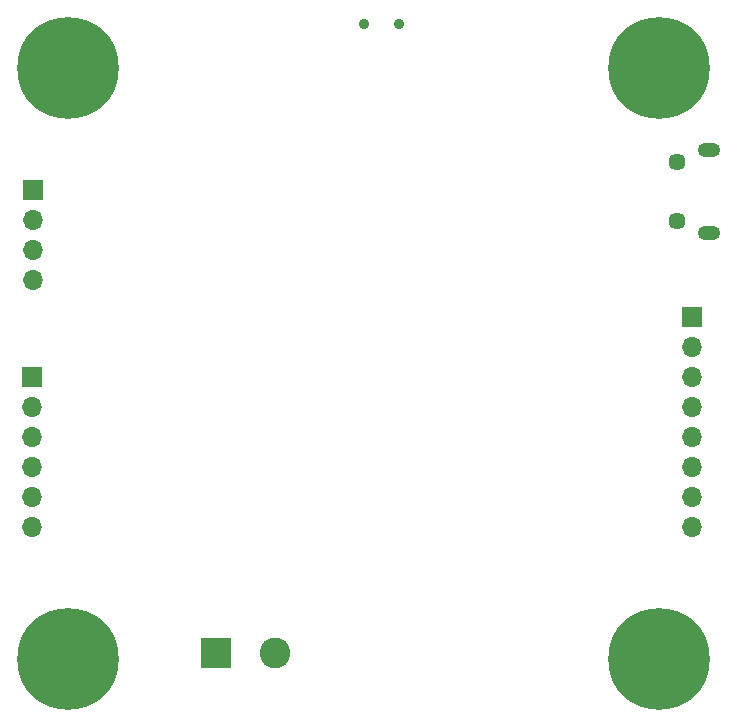
<source format=gbr>
%TF.GenerationSoftware,KiCad,Pcbnew,(5.1.8)-1*%
%TF.CreationDate,2020-12-14T19:22:24+01:00*%
%TF.ProjectId,STM32_Dev_Board,53544d33-325f-4446-9576-5f426f617264,rev?*%
%TF.SameCoordinates,Original*%
%TF.FileFunction,Soldermask,Bot*%
%TF.FilePolarity,Negative*%
%FSLAX46Y46*%
G04 Gerber Fmt 4.6, Leading zero omitted, Abs format (unit mm)*
G04 Created by KiCad (PCBNEW (5.1.8)-1) date 2020-12-14 19:22:24*
%MOMM*%
%LPD*%
G01*
G04 APERTURE LIST*
%ADD10C,0.900000*%
%ADD11C,8.600000*%
%ADD12C,1.450000*%
%ADD13O,1.900000X1.200000*%
%ADD14R,2.600000X2.600000*%
%ADD15C,2.600000*%
%ADD16R,1.700000X1.700000*%
%ADD17O,1.700000X1.700000*%
G04 APERTURE END LIST*
D10*
%TO.C,H1*%
X58030419Y-103469581D03*
X55750000Y-102525000D03*
X53469581Y-103469581D03*
X52525000Y-105750000D03*
X53469581Y-108030419D03*
X55750000Y-108975000D03*
X58030419Y-108030419D03*
X58975000Y-105750000D03*
D11*
X55750000Y-105750000D03*
%TD*%
D10*
%TO.C,H2*%
X108030419Y-103469581D03*
X105750000Y-102525000D03*
X103469581Y-103469581D03*
X102525000Y-105750000D03*
X103469581Y-108030419D03*
X105750000Y-108975000D03*
X108030419Y-108030419D03*
X108975000Y-105750000D03*
D11*
X105750000Y-105750000D03*
%TD*%
%TO.C,H3*%
X105750000Y-55750000D03*
D10*
X108975000Y-55750000D03*
X108030419Y-58030419D03*
X105750000Y-58975000D03*
X103469581Y-58030419D03*
X102525000Y-55750000D03*
X103469581Y-53469581D03*
X105750000Y-52525000D03*
X108030419Y-53469581D03*
%TD*%
D11*
%TO.C,H4*%
X55750000Y-55750000D03*
D10*
X58975000Y-55750000D03*
X58030419Y-58030419D03*
X55750000Y-58975000D03*
X53469581Y-58030419D03*
X52525000Y-55750000D03*
X53469581Y-53469581D03*
X55750000Y-52525000D03*
X58030419Y-53469581D03*
%TD*%
D12*
%TO.C,J1*%
X107300000Y-68675000D03*
X107300000Y-63675000D03*
D13*
X110000000Y-69675000D03*
X110000000Y-62675000D03*
%TD*%
D14*
%TO.C,J2*%
X68250000Y-105250000D03*
D15*
X73250000Y-105250000D03*
%TD*%
D16*
%TO.C,J3*%
X52750000Y-66040000D03*
D17*
X52750000Y-68580000D03*
X52750000Y-71120000D03*
X52750000Y-73660000D03*
%TD*%
D16*
%TO.C,J5*%
X52705000Y-81915000D03*
D17*
X52705000Y-84455000D03*
X52705000Y-86995000D03*
X52705000Y-89535000D03*
X52705000Y-92075000D03*
X52705000Y-94615000D03*
%TD*%
D16*
%TO.C,J6*%
X108585000Y-76835000D03*
D17*
X108585000Y-79375000D03*
X108585000Y-81915000D03*
X108585000Y-84455000D03*
X108585000Y-86995000D03*
X108585000Y-89535000D03*
X108585000Y-92075000D03*
X108585000Y-94615000D03*
%TD*%
D10*
%TO.C,SW1*%
X83750000Y-51990000D03*
X80750000Y-51990000D03*
%TD*%
M02*

</source>
